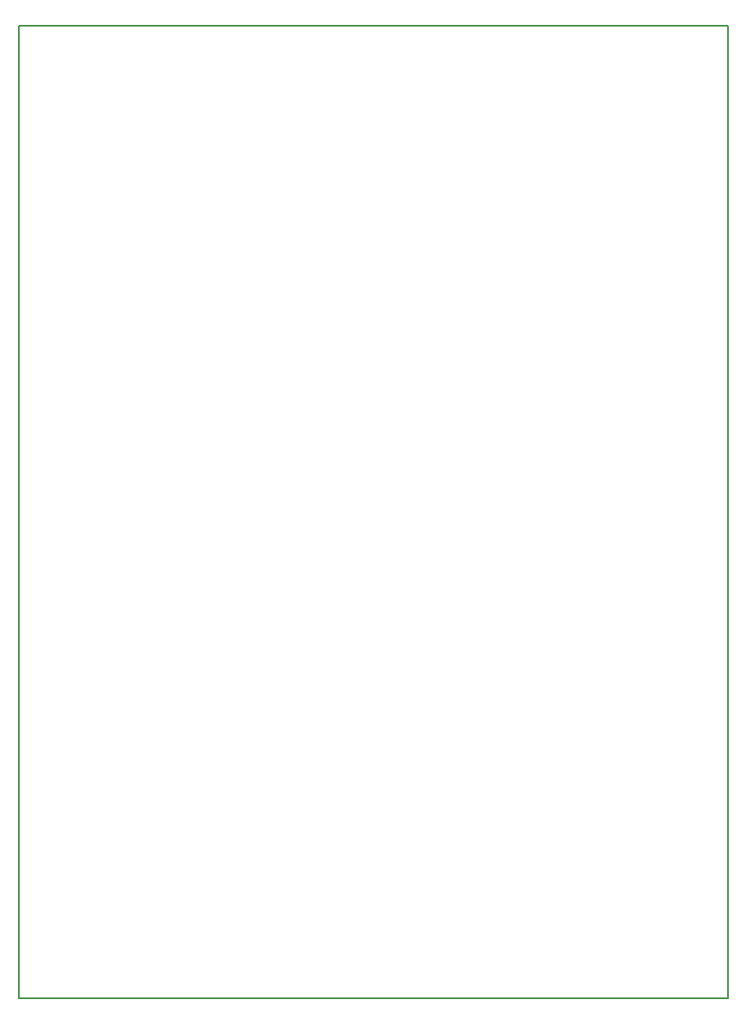
<source format=gbr>
G04 #@! TF.GenerationSoftware,KiCad,Pcbnew,5.1.5-52549c5~86~ubuntu18.04.1*
G04 #@! TF.CreationDate,2020-05-19T19:30:44+02:00*
G04 #@! TF.ProjectId,antenna_switch_comms,616e7465-6e6e-4615-9f73-77697463685f,rev?*
G04 #@! TF.SameCoordinates,Original*
G04 #@! TF.FileFunction,Profile,NP*
%FSLAX46Y46*%
G04 Gerber Fmt 4.6, Leading zero omitted, Abs format (unit mm)*
G04 Created by KiCad (PCBNEW 5.1.5-52549c5~86~ubuntu18.04.1) date 2020-05-19 19:30:44*
%MOMM*%
%LPD*%
G04 APERTURE LIST*
%ADD10C,0.200000*%
G04 APERTURE END LIST*
D10*
X100000000Y-100000000D02*
X170000000Y-100000000D01*
X170000000Y-100000000D02*
X170000000Y-196000000D01*
X100000000Y-196000000D02*
X170000000Y-196000000D01*
X100000000Y-100000000D02*
X100000000Y-196000000D01*
M02*

</source>
